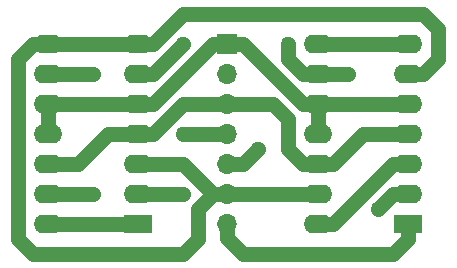
<source format=gbl>
G04 #@! TF.FileFunction,Copper,L2,Bot,Signal*
%FSLAX46Y46*%
G04 Gerber Fmt 4.6, Leading zero omitted, Abs format (unit mm)*
G04 Created by KiCad (PCBNEW 4.0.2-stable) date 5/3/2017 12:37:19 AM*
%MOMM*%
G01*
G04 APERTURE LIST*
%ADD10C,0.100000*%
%ADD11R,2.400000X1.600000*%
%ADD12O,2.400000X1.600000*%
%ADD13R,1.700000X1.700000*%
%ADD14O,1.700000X1.700000*%
%ADD15C,1.270000*%
%ADD16C,1.270000*%
G04 APERTURE END LIST*
D10*
D11*
X163830000Y-120650000D03*
D12*
X156210000Y-105410000D03*
X163830000Y-118110000D03*
X156210000Y-107950000D03*
X163830000Y-115570000D03*
X156210000Y-110490000D03*
X163830000Y-113030000D03*
X156210000Y-113030000D03*
X163830000Y-110490000D03*
X156210000Y-115570000D03*
X163830000Y-107950000D03*
X156210000Y-118110000D03*
X163830000Y-105410000D03*
X156210000Y-120650000D03*
D13*
X148501100Y-105410000D03*
D14*
X148501100Y-107950000D03*
X148501100Y-110490000D03*
X148501100Y-113030000D03*
X148501100Y-115570000D03*
X148501100Y-118110000D03*
X148501100Y-120650000D03*
D11*
X140970000Y-120650000D03*
D12*
X133350000Y-105410000D03*
X140970000Y-118110000D03*
X133350000Y-107950000D03*
X140970000Y-115570000D03*
X133350000Y-110490000D03*
X140970000Y-113030000D03*
X133350000Y-113030000D03*
X140970000Y-110490000D03*
X133350000Y-115570000D03*
X140970000Y-107950000D03*
X133350000Y-118110000D03*
X140970000Y-105410000D03*
X133350000Y-120650000D03*
D15*
X144780000Y-118110000D03*
X144780000Y-113030000D03*
X144780000Y-105410000D03*
X158750000Y-107950000D03*
X161290000Y-119380000D03*
X153670000Y-105410000D03*
X151130000Y-114300000D03*
X149860000Y-123190000D03*
X137160000Y-107950000D03*
X137160000Y-118110000D03*
D16*
X154940000Y-110490000D02*
X149860000Y-105410000D01*
X149860000Y-105410000D02*
X148501100Y-105410000D01*
X156210000Y-110490000D02*
X154940000Y-110490000D01*
X156210000Y-110490000D02*
X163830000Y-110490000D01*
X156210000Y-113030000D02*
X156210000Y-110490000D01*
X133350000Y-110490000D02*
X140970000Y-110490000D01*
X133350000Y-113030000D02*
X133350000Y-110490000D01*
X142240000Y-110490000D02*
X147320000Y-105410000D01*
X147320000Y-105410000D02*
X148501100Y-105410000D01*
X140970000Y-110490000D02*
X142240000Y-110490000D01*
X157480000Y-115570000D02*
X160020000Y-113030000D01*
X160020000Y-113030000D02*
X163830000Y-113030000D01*
X156210000Y-115570000D02*
X157480000Y-115570000D01*
X153670000Y-114300000D02*
X154940000Y-115570000D01*
X154940000Y-115570000D02*
X156210000Y-115570000D01*
X153670000Y-111760000D02*
X153670000Y-114300000D01*
X152400000Y-110490000D02*
X153670000Y-111760000D01*
X148501100Y-110490000D02*
X152400000Y-110490000D01*
X138430000Y-113030000D02*
X135890000Y-115570000D01*
X135890000Y-115570000D02*
X133350000Y-115570000D01*
X140970000Y-113030000D02*
X138430000Y-113030000D01*
X144780000Y-110490000D02*
X142240000Y-113030000D01*
X142240000Y-113030000D02*
X140970000Y-113030000D01*
X148501100Y-110490000D02*
X144780000Y-110490000D01*
X140970000Y-118110000D02*
X144780000Y-118110000D01*
X144780000Y-113030000D02*
X148501100Y-113030000D01*
X142240000Y-107950000D02*
X144780000Y-105410000D01*
X140970000Y-107950000D02*
X142240000Y-107950000D01*
X158750000Y-107950000D02*
X156210000Y-107950000D01*
X163830000Y-118110000D02*
X162560000Y-118110000D01*
X162560000Y-118110000D02*
X161290000Y-119380000D01*
X153670000Y-106680000D02*
X154940000Y-107950000D01*
X154940000Y-107950000D02*
X156210000Y-107950000D01*
X153670000Y-105410000D02*
X153670000Y-106680000D01*
X148501100Y-115570000D02*
X149860000Y-115570000D01*
X149860000Y-115570000D02*
X151130000Y-114300000D01*
X166370000Y-106680000D02*
X165100000Y-107950000D01*
X165100000Y-107950000D02*
X163830000Y-107950000D01*
X166370000Y-104140000D02*
X166370000Y-106680000D01*
X165100000Y-102870000D02*
X166370000Y-104140000D01*
X144780000Y-102870000D02*
X165100000Y-102870000D01*
X142240000Y-105410000D02*
X144780000Y-102870000D01*
X140970000Y-105410000D02*
X142240000Y-105410000D01*
X146050000Y-119380000D02*
X147320000Y-118110000D01*
X146050000Y-121920000D02*
X146050000Y-119380000D01*
X144780000Y-123190000D02*
X146050000Y-121920000D01*
X132080000Y-123190000D02*
X144780000Y-123190000D01*
X130810000Y-121920000D02*
X132080000Y-123190000D01*
X130810000Y-106680000D02*
X130810000Y-121920000D01*
X132080000Y-105410000D02*
X130810000Y-106680000D01*
X133350000Y-105410000D02*
X132080000Y-105410000D01*
X144780000Y-115570000D02*
X147320000Y-118110000D01*
X147320000Y-118110000D02*
X148501100Y-118110000D01*
X140970000Y-115570000D02*
X144780000Y-115570000D01*
X156210000Y-118110000D02*
X148501100Y-118110000D01*
X133350000Y-105410000D02*
X140970000Y-105410000D01*
X133350000Y-107950000D02*
X137160000Y-107950000D01*
X133350000Y-118110000D02*
X137160000Y-118110000D01*
X162560000Y-123190000D02*
X163830000Y-121920000D01*
X163830000Y-121920000D02*
X163830000Y-120650000D01*
X149860000Y-123190000D02*
X162560000Y-123190000D01*
X148501100Y-121831100D02*
X149860000Y-123190000D01*
X148501100Y-120650000D02*
X148501100Y-121831100D01*
X156210000Y-105410000D02*
X163830000Y-105410000D01*
X133350000Y-120650000D02*
X140970000Y-120650000D01*
X157480000Y-120650000D02*
X162560000Y-115570000D01*
X162560000Y-115570000D02*
X163830000Y-115570000D01*
X156210000Y-120650000D02*
X157480000Y-120650000D01*
M02*

</source>
